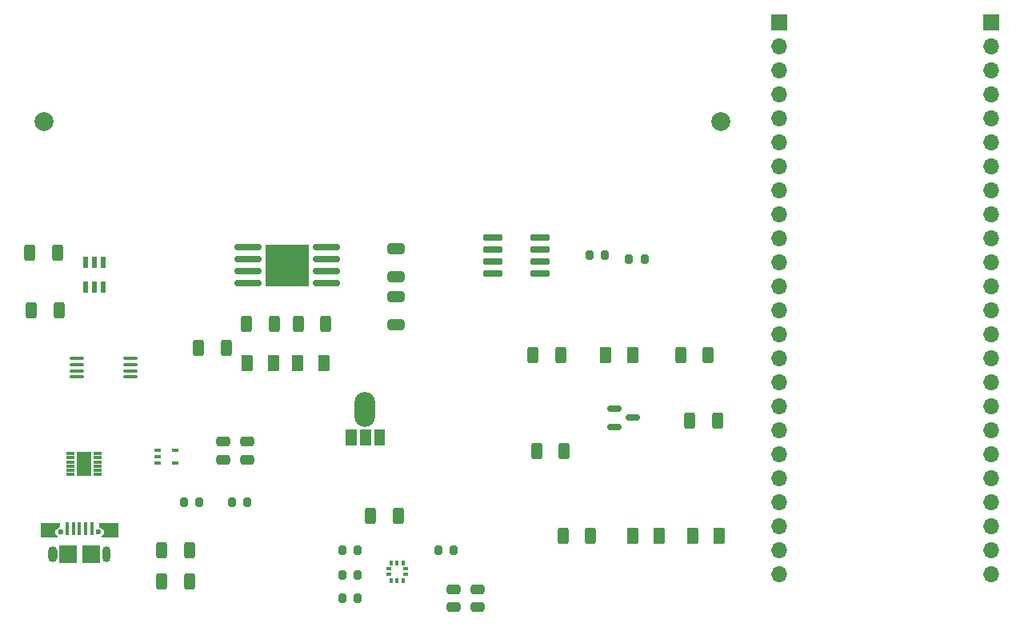
<source format=gts>
%TF.GenerationSoftware,KiCad,Pcbnew,(7.0.0)*%
%TF.CreationDate,2023-03-21T00:44:08+02:00*%
%TF.ProjectId,main_v0.6,6d61696e-5f76-4302-9e36-2e6b69636164,rev?*%
%TF.SameCoordinates,Original*%
%TF.FileFunction,Soldermask,Top*%
%TF.FilePolarity,Negative*%
%FSLAX46Y46*%
G04 Gerber Fmt 4.6, Leading zero omitted, Abs format (unit mm)*
G04 Created by KiCad (PCBNEW (7.0.0)) date 2023-03-21 00:44:08*
%MOMM*%
%LPD*%
G01*
G04 APERTURE LIST*
G04 Aperture macros list*
%AMRoundRect*
0 Rectangle with rounded corners*
0 $1 Rounding radius*
0 $2 $3 $4 $5 $6 $7 $8 $9 X,Y pos of 4 corners*
0 Add a 4 corners polygon primitive as box body*
4,1,4,$2,$3,$4,$5,$6,$7,$8,$9,$2,$3,0*
0 Add four circle primitives for the rounded corners*
1,1,$1+$1,$2,$3*
1,1,$1+$1,$4,$5*
1,1,$1+$1,$6,$7*
1,1,$1+$1,$8,$9*
0 Add four rect primitives between the rounded corners*
20,1,$1+$1,$2,$3,$4,$5,0*
20,1,$1+$1,$4,$5,$6,$7,0*
20,1,$1+$1,$6,$7,$8,$9,0*
20,1,$1+$1,$8,$9,$2,$3,0*%
%AMFreePoly0*
4,1,9,1.050000,0.350000,0.550000,0.000000,0.550000,-0.400000,0.800000,-0.650000,0.800000,-0.800000,-1.050000,-0.800000,-1.050000,0.800000,1.050000,0.800000,1.050000,0.350000,1.050000,0.350000,$1*%
%AMFreePoly1*
4,1,9,1.050000,-0.800000,-0.800000,-0.800000,-0.800000,-0.650000,-0.550000,-0.400000,-0.550000,0.000000,-1.050000,0.350000,-1.050000,0.800000,1.050000,0.800000,1.050000,-0.800000,1.050000,-0.800000,$1*%
G04 Aperture macros list end*
%ADD10C,0.010000*%
%ADD11RoundRect,0.250000X-0.312500X-0.625000X0.312500X-0.625000X0.312500X0.625000X-0.312500X0.625000X0*%
%ADD12RoundRect,0.007500X-0.412500X-0.117500X0.412500X-0.117500X0.412500X0.117500X-0.412500X0.117500X0*%
%ADD13R,1.600000X2.500000*%
%ADD14R,0.650000X0.400000*%
%ADD15RoundRect,0.200000X-0.200000X-0.275000X0.200000X-0.275000X0.200000X0.275000X-0.200000X0.275000X0*%
%ADD16R,1.700000X1.700000*%
%ADD17O,1.700000X1.700000*%
%ADD18RoundRect,0.250000X-0.375000X-0.625000X0.375000X-0.625000X0.375000X0.625000X-0.375000X0.625000X0*%
%ADD19R,0.550000X1.200000*%
%ADD20RoundRect,0.100000X-0.637500X-0.100000X0.637500X-0.100000X0.637500X0.100000X-0.637500X0.100000X0*%
%ADD21RoundRect,0.175000X-1.250000X-0.175000X1.250000X-0.175000X1.250000X0.175000X-1.250000X0.175000X0*%
%ADD22R,4.570000X4.450000*%
%ADD23RoundRect,0.250000X0.475000X-0.250000X0.475000X0.250000X-0.475000X0.250000X-0.475000X-0.250000X0*%
%ADD24RoundRect,0.250000X0.650000X-0.325000X0.650000X0.325000X-0.650000X0.325000X-0.650000X-0.325000X0*%
%ADD25O,2.200000X3.700000*%
%ADD26RoundRect,0.042000X-0.943000X-0.258000X0.943000X-0.258000X0.943000X0.258000X-0.943000X0.258000X0*%
%ADD27RoundRect,0.100000X-0.175000X-0.100000X0.175000X-0.100000X0.175000X0.100000X-0.175000X0.100000X0*%
%ADD28RoundRect,0.100000X-0.100000X-0.175000X0.100000X-0.175000X0.100000X0.175000X-0.100000X0.175000X0*%
%ADD29RoundRect,0.150000X-0.587500X-0.150000X0.587500X-0.150000X0.587500X0.150000X-0.587500X0.150000X0*%
%ADD30C,2.000000*%
%ADD31C,0.600000*%
%ADD32R,0.400000X1.350000*%
%ADD33FreePoly0,0.000000*%
%ADD34O,1.000000X1.700000*%
%ADD35R,1.900000X1.900000*%
%ADD36O,0.850000X1.700000*%
%ADD37FreePoly1,0.000000*%
G04 APERTURE END LIST*
%TO.C,U3*%
G36*
X128311000Y-85329330D02*
G01*
X127257840Y-85329330D01*
X127257840Y-83750000D01*
X128311000Y-83750000D01*
X128311000Y-85329330D01*
G37*
D10*
X128311000Y-85329330D02*
X127257840Y-85329330D01*
X127257840Y-83750000D01*
X128311000Y-83750000D01*
X128311000Y-85329330D01*
G36*
X129811000Y-85326420D02*
G01*
X128760732Y-85326420D01*
X128760732Y-83750000D01*
X129811000Y-83750000D01*
X129811000Y-85326420D01*
G37*
X129811000Y-85326420D02*
X128760732Y-85326420D01*
X128760732Y-83750000D01*
X129811000Y-83750000D01*
X129811000Y-85326420D01*
G36*
X131311000Y-85330080D02*
G01*
X130262784Y-85330080D01*
X130262784Y-83750000D01*
X131311000Y-83750000D01*
X131311000Y-85330080D01*
G37*
X131311000Y-85330080D02*
X130262784Y-85330080D01*
X130262784Y-83750000D01*
X131311000Y-83750000D01*
X131311000Y-85330080D01*
%TD*%
D11*
%TO.C,R17*%
X163637500Y-82804000D03*
X166562500Y-82804000D03*
%TD*%
D12*
%TO.C,U5*%
X98133000Y-86251000D03*
X98133000Y-86701000D03*
X98133000Y-87151000D03*
X98133000Y-87601000D03*
X98133000Y-88051000D03*
X98133000Y-88501000D03*
X101003000Y-88501000D03*
X101003000Y-88051000D03*
X101003000Y-87601000D03*
X101003000Y-87151000D03*
X101003000Y-86701000D03*
X101003000Y-86251000D03*
D13*
X99567999Y-87375999D03*
%TD*%
D14*
%TO.C,U1*%
X107319999Y-85947499D03*
X107319999Y-86597499D03*
X107319999Y-87247499D03*
X109219999Y-87247499D03*
X109219999Y-85947499D03*
%TD*%
D15*
%TO.C,R1*%
X110110000Y-91440000D03*
X111760000Y-91440000D03*
%TD*%
D16*
%TO.C,J1*%
X173149999Y-40639999D03*
D17*
X173149999Y-43179999D03*
X173149999Y-45719999D03*
X173149999Y-48259999D03*
X173149999Y-50799999D03*
X173149999Y-53339999D03*
X173149999Y-55879999D03*
X173149999Y-58419999D03*
X173149999Y-60959999D03*
X173149999Y-63499999D03*
X173149999Y-66039999D03*
X173149999Y-68579999D03*
X173149999Y-71119999D03*
X173149999Y-73659999D03*
X173149999Y-76199999D03*
X173149999Y-78739999D03*
X173149999Y-81279999D03*
X173149999Y-83819999D03*
X173149999Y-86359999D03*
X173149999Y-88899999D03*
X173149999Y-91439999D03*
X173149999Y-93979999D03*
X173149999Y-96519999D03*
X173149999Y-99059999D03*
%TD*%
D15*
%TO.C,R7*%
X126874000Y-96520000D03*
X128524000Y-96520000D03*
%TD*%
D11*
%TO.C,R15*%
X147032000Y-75814000D03*
X149957000Y-75814000D03*
%TD*%
D15*
%TO.C,R18*%
X157226000Y-65658000D03*
X158876000Y-65658000D03*
%TD*%
D11*
%TO.C,R24*%
X107757500Y-96520000D03*
X110682500Y-96520000D03*
%TD*%
D18*
%TO.C,D2*%
X116834000Y-76708000D03*
X119634000Y-76708000D03*
%TD*%
D19*
%TO.C,IC1*%
X99699999Y-68639999D03*
X100649999Y-68639999D03*
X101599999Y-68639999D03*
X101599999Y-66039999D03*
X100649999Y-66039999D03*
X99699999Y-66039999D03*
%TD*%
D11*
%TO.C,R16*%
X162657000Y-75814000D03*
X165582000Y-75814000D03*
%TD*%
%TO.C,R2*%
X129880500Y-92837000D03*
X132805500Y-92837000D03*
%TD*%
D20*
%TO.C,Q1*%
X98737500Y-76200000D03*
X98737500Y-76850000D03*
X98737500Y-77500000D03*
X98737500Y-78150000D03*
X104462500Y-78150000D03*
X104462500Y-77500000D03*
X104462500Y-76850000D03*
X104462500Y-76200000D03*
%TD*%
D21*
%TO.C,U4*%
X116909000Y-64422000D03*
X116909000Y-65692000D03*
X116909000Y-66962000D03*
X116909000Y-68232000D03*
X125209000Y-68232000D03*
X125209000Y-66962000D03*
X125209000Y-65692000D03*
X125209000Y-64422000D03*
D22*
X121058999Y-66326999D03*
%TD*%
D18*
%TO.C,D3*%
X154777000Y-75814000D03*
X157577000Y-75814000D03*
%TD*%
D11*
%TO.C,R11*%
X111654000Y-75057000D03*
X114579000Y-75057000D03*
%TD*%
D23*
%TO.C,C3*%
X138684000Y-102550000D03*
X138684000Y-100650000D03*
%TD*%
D24*
%TO.C,C5*%
X132588000Y-72644000D03*
X132588000Y-69694000D03*
%TD*%
D23*
%TO.C,C1*%
X114300000Y-86897500D03*
X114300000Y-84997500D03*
%TD*%
D15*
%TO.C,R5*%
X126874000Y-101600000D03*
X128524000Y-101600000D03*
%TD*%
%TO.C,R4*%
X126874000Y-99090000D03*
X128524000Y-99090000D03*
%TD*%
D25*
%TO.C,U3*%
X129285999Y-81609999D03*
%TD*%
D18*
%TO.C,D1*%
X157604000Y-94996000D03*
X160404000Y-94996000D03*
%TD*%
D15*
%TO.C,R3*%
X115190000Y-91440000D03*
X116840000Y-91440000D03*
%TD*%
D11*
%TO.C,R10*%
X93787500Y-65024000D03*
X96712500Y-65024000D03*
%TD*%
D16*
%TO.C,J2*%
X195579999Y-40639999D03*
D17*
X195579999Y-43179999D03*
X195579999Y-45719999D03*
X195579999Y-48259999D03*
X195579999Y-50799999D03*
X195579999Y-53339999D03*
X195579999Y-55879999D03*
X195579999Y-58419999D03*
X195579999Y-60959999D03*
X195579999Y-63499999D03*
X195579999Y-66039999D03*
X195579999Y-68579999D03*
X195579999Y-71119999D03*
X195579999Y-73659999D03*
X195579999Y-76199999D03*
X195579999Y-78739999D03*
X195579999Y-81279999D03*
X195579999Y-83819999D03*
X195579999Y-86359999D03*
X195579999Y-88899999D03*
X195579999Y-91439999D03*
X195579999Y-93979999D03*
X195579999Y-96519999D03*
X195579999Y-99059999D03*
%TD*%
D11*
%TO.C,R13*%
X122199000Y-72517000D03*
X125124000Y-72517000D03*
%TD*%
%TO.C,R14*%
X147417000Y-85974000D03*
X150342000Y-85974000D03*
%TD*%
D26*
%TO.C,U6*%
X142813000Y-63373000D03*
X142813000Y-64643000D03*
X142813000Y-65913000D03*
X142813000Y-67183000D03*
X147763000Y-67183000D03*
X147763000Y-65913000D03*
X147763000Y-64643000D03*
X147763000Y-63373000D03*
%TD*%
D11*
%TO.C,R25*%
X107757500Y-99810000D03*
X110682500Y-99810000D03*
%TD*%
D15*
%TO.C,R6*%
X137034000Y-96520000D03*
X138684000Y-96520000D03*
%TD*%
D23*
%TO.C,C4*%
X141224000Y-102550000D03*
X141224000Y-100650000D03*
%TD*%
D11*
%TO.C,R9*%
X93980000Y-71120000D03*
X96905000Y-71120000D03*
%TD*%
D18*
%TO.C,D5*%
X163954000Y-94996000D03*
X166754000Y-94996000D03*
%TD*%
D11*
%TO.C,R8*%
X150236000Y-94991000D03*
X153161000Y-94991000D03*
%TD*%
D15*
%TO.C,R19*%
X153036000Y-65278000D03*
X154686000Y-65278000D03*
%TD*%
D27*
%TO.C,U2*%
X131754000Y-98460000D03*
X131754000Y-99060000D03*
D28*
X132079000Y-99685000D03*
X132679000Y-99685000D03*
X133279000Y-99685000D03*
D27*
X133604000Y-99060000D03*
X133604000Y-98460000D03*
D28*
X133279000Y-97835000D03*
X132679000Y-97835000D03*
X132079000Y-97835000D03*
%TD*%
D18*
%TO.C,D4*%
X122174000Y-76708000D03*
X124974000Y-76708000D03*
%TD*%
D29*
%TO.C,Q3*%
X155702000Y-81534000D03*
X155702000Y-83434000D03*
X157577000Y-82484000D03*
%TD*%
D30*
%TO.C,BT1*%
X166905000Y-51155000D03*
X95305000Y-51155000D03*
%TD*%
D24*
%TO.C,C6*%
X132588000Y-67564000D03*
X132588000Y-64614000D03*
%TD*%
D11*
%TO.C,R12*%
X116734000Y-72517000D03*
X119659000Y-72517000D03*
%TD*%
D31*
%TO.C,J5*%
X97060000Y-94560000D03*
X101060000Y-94560000D03*
D32*
X97759999Y-94234999D03*
X98409999Y-94234999D03*
X99059999Y-94234999D03*
X99709999Y-94234999D03*
X100359999Y-94234999D03*
D33*
X95960000Y-94360000D03*
D34*
X96234999Y-96909999D03*
D35*
X97859999Y-96909999D03*
X100259999Y-96909999D03*
D36*
X101884999Y-96909999D03*
D37*
X102160000Y-94360000D03*
%TD*%
D23*
%TO.C,C2*%
X116840000Y-86897500D03*
X116840000Y-84997500D03*
%TD*%
M02*

</source>
